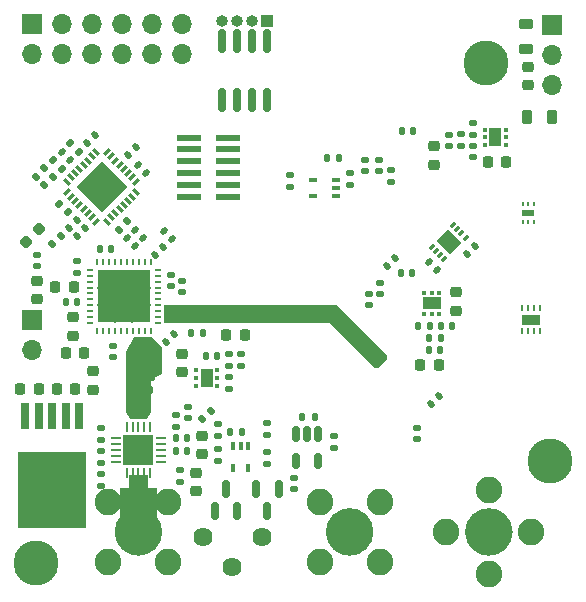
<source format=gbr>
%TF.GenerationSoftware,KiCad,Pcbnew,(6.0.4)*%
%TF.CreationDate,2023-05-27T00:51:03+09:00*%
%TF.ProjectId,RFB,5246422e-6b69-4636-9164-5f7063625858,rev?*%
%TF.SameCoordinates,Original*%
%TF.FileFunction,Soldermask,Bot*%
%TF.FilePolarity,Negative*%
%FSLAX46Y46*%
G04 Gerber Fmt 4.6, Leading zero omitted, Abs format (unit mm)*
G04 Created by KiCad (PCBNEW (6.0.4)) date 2023-05-27 00:51:03*
%MOMM*%
%LPD*%
G01*
G04 APERTURE LIST*
G04 Aperture macros list*
%AMRoundRect*
0 Rectangle with rounded corners*
0 $1 Rounding radius*
0 $2 $3 $4 $5 $6 $7 $8 $9 X,Y pos of 4 corners*
0 Add a 4 corners polygon primitive as box body*
4,1,4,$2,$3,$4,$5,$6,$7,$8,$9,$2,$3,0*
0 Add four circle primitives for the rounded corners*
1,1,$1+$1,$2,$3*
1,1,$1+$1,$4,$5*
1,1,$1+$1,$6,$7*
1,1,$1+$1,$8,$9*
0 Add four rect primitives between the rounded corners*
20,1,$1+$1,$2,$3,$4,$5,0*
20,1,$1+$1,$4,$5,$6,$7,0*
20,1,$1+$1,$6,$7,$8,$9,0*
20,1,$1+$1,$8,$9,$2,$3,0*%
%AMRotRect*
0 Rectangle, with rotation*
0 The origin of the aperture is its center*
0 $1 length*
0 $2 width*
0 $3 Rotation angle, in degrees counterclockwise*
0 Add horizontal line*
21,1,$1,$2,0,0,$3*%
G04 Aperture macros list end*
%ADD10C,2.000001*%
%ADD11C,0.000000*%
%ADD12C,2.000000*%
%ADD13C,2.600000*%
%ADD14C,3.800000*%
%ADD15R,1.700000X1.700000*%
%ADD16O,1.700000X1.700000*%
%ADD17C,2.050000*%
%ADD18C,2.250000*%
%ADD19C,1.620000*%
%ADD20R,1.000000X1.000000*%
%ADD21O,1.000000X1.000000*%
%ADD22R,0.200000X0.400000*%
%ADD23R,1.100000X0.600000*%
%ADD24RoundRect,0.225000X0.225000X0.250000X-0.225000X0.250000X-0.225000X-0.250000X0.225000X-0.250000X0*%
%ADD25R,0.250000X0.500000*%
%ADD26R,1.600000X0.900000*%
%ADD27RoundRect,0.140000X-0.170000X0.140000X-0.170000X-0.140000X0.170000X-0.140000X0.170000X0.140000X0*%
%ADD28RoundRect,0.225000X-0.250000X0.225000X-0.250000X-0.225000X0.250000X-0.225000X0.250000X0.225000X0*%
%ADD29RoundRect,0.093750X-0.093750X-0.106250X0.093750X-0.106250X0.093750X0.106250X-0.093750X0.106250X0*%
%ADD30R,1.000000X1.600000*%
%ADD31RoundRect,0.135000X0.135000X0.185000X-0.135000X0.185000X-0.135000X-0.185000X0.135000X-0.185000X0*%
%ADD32RoundRect,0.140000X-0.021213X0.219203X-0.219203X0.021213X0.021213X-0.219203X0.219203X-0.021213X0*%
%ADD33RotRect,0.250000X0.600000X45.000000*%
%ADD34RotRect,0.250000X0.600000X135.000000*%
%ADD35RotRect,3.100000X3.100000X135.000000*%
%ADD36RoundRect,0.135000X-0.135000X-0.185000X0.135000X-0.185000X0.135000X0.185000X-0.135000X0.185000X0*%
%ADD37RoundRect,0.135000X0.185000X-0.135000X0.185000X0.135000X-0.185000X0.135000X-0.185000X-0.135000X0*%
%ADD38RoundRect,0.147500X-0.017678X0.226274X-0.226274X0.017678X0.017678X-0.226274X0.226274X-0.017678X0*%
%ADD39RoundRect,0.135000X0.035355X-0.226274X0.226274X-0.035355X-0.035355X0.226274X-0.226274X0.035355X0*%
%ADD40RoundRect,0.140000X-0.140000X-0.170000X0.140000X-0.170000X0.140000X0.170000X-0.140000X0.170000X0*%
%ADD41RoundRect,0.140000X0.140000X0.170000X-0.140000X0.170000X-0.140000X-0.170000X0.140000X-0.170000X0*%
%ADD42RoundRect,0.135000X-0.185000X0.135000X-0.185000X-0.135000X0.185000X-0.135000X0.185000X0.135000X0*%
%ADD43RoundRect,0.218750X0.218750X0.381250X-0.218750X0.381250X-0.218750X-0.381250X0.218750X-0.381250X0*%
%ADD44RoundRect,0.093750X0.106250X-0.093750X0.106250X0.093750X-0.106250X0.093750X-0.106250X-0.093750X0*%
%ADD45R,1.600000X1.000000*%
%ADD46RoundRect,0.140000X0.170000X-0.140000X0.170000X0.140000X-0.170000X0.140000X-0.170000X-0.140000X0*%
%ADD47R,2.000000X0.500000*%
%ADD48RoundRect,0.140000X-0.219203X-0.021213X-0.021213X-0.219203X0.219203X0.021213X0.021213X0.219203X0*%
%ADD49RoundRect,0.225000X0.250000X-0.225000X0.250000X0.225000X-0.250000X0.225000X-0.250000X-0.225000X0*%
%ADD50RoundRect,0.218750X-0.381250X0.218750X-0.381250X-0.218750X0.381250X-0.218750X0.381250X0.218750X0*%
%ADD51RoundRect,0.087500X-0.061872X-0.185616X0.185616X0.061872X0.061872X0.185616X-0.185616X-0.061872X0*%
%ADD52RotRect,1.400000X1.600000X45.000000*%
%ADD53RoundRect,0.150000X0.150000X-0.587500X0.150000X0.587500X-0.150000X0.587500X-0.150000X-0.587500X0*%
%ADD54RoundRect,0.093750X0.093750X0.106250X-0.093750X0.106250X-0.093750X-0.106250X0.093750X-0.106250X0*%
%ADD55RoundRect,0.062500X-0.062500X0.350000X-0.062500X-0.350000X0.062500X-0.350000X0.062500X0.350000X0*%
%ADD56RoundRect,0.062500X-0.350000X0.062500X-0.350000X-0.062500X0.350000X-0.062500X0.350000X0.062500X0*%
%ADD57R,2.500000X2.500000*%
%ADD58R,0.800000X2.200000*%
%ADD59R,5.800000X6.400000*%
%ADD60R,0.249999X0.599999*%
%ADD61R,0.599999X0.249999*%
%ADD62C,0.500000*%
%ADD63R,4.500001X4.500001*%
%ADD64RoundRect,0.218750X0.026517X-0.335876X0.335876X-0.026517X-0.026517X0.335876X-0.335876X0.026517X0*%
%ADD65RoundRect,0.225000X-0.225000X-0.250000X0.225000X-0.250000X0.225000X0.250000X-0.225000X0.250000X0*%
%ADD66RoundRect,0.140000X0.219203X0.021213X0.021213X0.219203X-0.219203X-0.021213X-0.021213X-0.219203X0*%
%ADD67R,0.400000X0.650000*%
%ADD68R,0.650000X0.400000*%
%ADD69RoundRect,0.150000X-0.150000X0.512500X-0.150000X-0.512500X0.150000X-0.512500X0.150000X0.512500X0*%
%ADD70RoundRect,0.135000X-0.035355X0.226274X-0.226274X0.035355X0.035355X-0.226274X0.226274X-0.035355X0*%
%ADD71RoundRect,0.150000X0.150000X-0.825000X0.150000X0.825000X-0.150000X0.825000X-0.150000X-0.825000X0*%
%ADD72RoundRect,0.150000X-0.150000X0.587500X-0.150000X-0.587500X0.150000X-0.587500X0.150000X0.587500X0*%
%ADD73RoundRect,0.135000X-0.226274X-0.035355X-0.035355X-0.226274X0.226274X0.035355X0.035355X0.226274X0*%
%ADD74RoundRect,0.140000X0.021213X-0.219203X0.219203X-0.021213X-0.021213X0.219203X-0.219203X0.021213X0*%
%ADD75RoundRect,0.135000X0.226274X0.035355X0.035355X0.226274X-0.226274X-0.035355X-0.035355X-0.226274X0*%
%ADD76RoundRect,0.218750X0.256250X-0.218750X0.256250X0.218750X-0.256250X0.218750X-0.256250X-0.218750X0*%
G04 APERTURE END LIST*
D10*
X74609200Y-101142800D02*
G75*
G03*
X74609200Y-101142800I-1000000J0D01*
G01*
D11*
G36*
X45491400Y-101142800D02*
G01*
X42392600Y-101142800D01*
X42392600Y-97434400D01*
X45491400Y-97434400D01*
X45491400Y-101142800D01*
G37*
G36*
X43103800Y-96291400D02*
G01*
X44780200Y-96291400D01*
X44780200Y-97790000D01*
X43103800Y-97790000D01*
X43103800Y-96291400D01*
G37*
D12*
X44942000Y-101142800D02*
G75*
G03*
X44942000Y-101142800I-1000000J0D01*
G01*
D11*
G36*
X45974000Y-85471000D02*
G01*
X45974000Y-87807800D01*
X45008800Y-88188800D01*
X45008800Y-90957400D01*
X44678600Y-91567000D01*
X43205400Y-91567000D01*
X42875200Y-90957400D01*
X42875200Y-85902800D01*
X43586400Y-84607400D01*
X45110400Y-84607400D01*
X45974000Y-85471000D01*
G37*
D12*
X62823600Y-101142800D02*
G75*
G03*
X62823600Y-101142800I-1000000J0D01*
G01*
D11*
G36*
X64998600Y-86233000D02*
G01*
X64998600Y-86537800D01*
X64262000Y-87274400D01*
X63957200Y-87274400D01*
X60121800Y-83439000D01*
X46126400Y-83439000D01*
X46126400Y-81965800D01*
X60731400Y-81965800D01*
X64998600Y-86233000D01*
G37*
D10*
X74609200Y-101142800D02*
G75*
G03*
X74609200Y-101142800I-1000000J0D01*
G01*
D11*
G36*
X45491400Y-101142800D02*
G01*
X42392600Y-101142800D01*
X42392600Y-97434400D01*
X45491400Y-97434400D01*
X45491400Y-101142800D01*
G37*
G36*
X43103800Y-96291400D02*
G01*
X44780200Y-96291400D01*
X44780200Y-97790000D01*
X43103800Y-97790000D01*
X43103800Y-96291400D01*
G37*
D12*
X44942000Y-101142800D02*
G75*
G03*
X44942000Y-101142800I-1000000J0D01*
G01*
D11*
G36*
X45974000Y-85471000D02*
G01*
X45974000Y-87807800D01*
X45008800Y-88188800D01*
X45008800Y-90957400D01*
X44678600Y-91567000D01*
X43205400Y-91567000D01*
X42875200Y-90957400D01*
X42875200Y-85902800D01*
X43586400Y-84607400D01*
X45110400Y-84607400D01*
X45974000Y-85471000D01*
G37*
D12*
X62823600Y-101142800D02*
G75*
G03*
X62823600Y-101142800I-1000000J0D01*
G01*
D11*
G36*
X64998600Y-86233000D02*
G01*
X64998600Y-86537800D01*
X64262000Y-87274400D01*
X63957200Y-87274400D01*
X60121800Y-83439000D01*
X46126400Y-83439000D01*
X46126400Y-81965800D01*
X60731400Y-81965800D01*
X64998600Y-86233000D01*
G37*
D13*
%TO.C,H1*%
X78790800Y-95097600D03*
D14*
X78790800Y-95097600D03*
%TD*%
D15*
%TO.C,J9*%
X34950400Y-83230800D03*
D16*
X34950400Y-85770800D03*
%TD*%
D13*
%TO.C,H2*%
X73329800Y-61417200D03*
D14*
X73329800Y-61417200D03*
%TD*%
D15*
%TO.C,J7*%
X34950400Y-58166000D03*
D16*
X34950400Y-60706000D03*
X37490400Y-58166000D03*
X37490400Y-60706000D03*
X40030400Y-58166000D03*
X40030400Y-60706000D03*
X42570400Y-58166000D03*
X42570400Y-60706000D03*
X45110400Y-58166000D03*
X45110400Y-60706000D03*
X47650400Y-58166000D03*
X47650400Y-60706000D03*
%TD*%
D15*
%TO.C,J6*%
X78994000Y-58216800D03*
D16*
X78994000Y-60756800D03*
X78994000Y-63296800D03*
%TD*%
D17*
%TO.C,J3*%
X43942000Y-101145400D03*
D18*
X41402000Y-103685400D03*
X46482000Y-98605400D03*
X46482000Y-103685400D03*
X41402000Y-98605400D03*
%TD*%
D19*
%TO.C,RV1*%
X54406800Y-101574600D03*
X51906800Y-104074600D03*
X49406800Y-101574600D03*
%TD*%
D14*
%TO.C,H3*%
X35306000Y-103733600D03*
D13*
X35306000Y-103733600D03*
%TD*%
D20*
%TO.C,J5*%
X54813200Y-57886600D03*
D21*
X53543200Y-57886600D03*
X52273200Y-57886600D03*
X51003200Y-57886600D03*
%TD*%
D22*
%TO.C,U7*%
X76463000Y-73410400D03*
X76963000Y-73410400D03*
X77463000Y-73410400D03*
X77463000Y-74910400D03*
X76963000Y-74910400D03*
X76463000Y-74910400D03*
D23*
X76963000Y-74160400D03*
%TD*%
D24*
%TO.C,C141*%
X69355000Y-86969600D03*
X67805000Y-86969600D03*
%TD*%
D17*
%TO.C,J1*%
X73609200Y-101142800D03*
D18*
X73609200Y-97550698D03*
X73609200Y-104734902D03*
X77201302Y-101142800D03*
X70017098Y-101142800D03*
%TD*%
D25*
%TO.C,IC1*%
X76442600Y-82209600D03*
X76942600Y-82209600D03*
X77442600Y-82209600D03*
X77942600Y-82209600D03*
X77942600Y-84109600D03*
X77442600Y-84109600D03*
X76942600Y-84109600D03*
X76442600Y-84109600D03*
D26*
X77192600Y-83159600D03*
%TD*%
D27*
%TO.C,C83*%
X48158400Y-90528200D03*
X48158400Y-91488200D03*
%TD*%
D28*
%TO.C,C102*%
X47650400Y-86093000D03*
X47650400Y-87643000D03*
%TD*%
D29*
%TO.C,IC10*%
X73265200Y-68396200D03*
X73265200Y-67746200D03*
X73265200Y-67096200D03*
X75040200Y-67096200D03*
X75040200Y-67746200D03*
X75040200Y-68396200D03*
D30*
X74152700Y-67746200D03*
%TD*%
D31*
%TO.C,R37*%
X44960000Y-89103200D03*
X43940000Y-89103200D03*
%TD*%
D32*
%TO.C,C69*%
X69351211Y-89601989D03*
X68672389Y-90280811D03*
%TD*%
D33*
%TO.C,U2*%
X43756109Y-72392419D03*
X43402556Y-72745973D03*
X43049002Y-73099526D03*
X42695449Y-73453080D03*
X42341896Y-73806633D03*
X41988342Y-74160186D03*
X41634789Y-74513740D03*
X41281235Y-74867293D03*
D34*
X40361997Y-74867293D03*
X40008443Y-74513740D03*
X39654890Y-74160186D03*
X39301336Y-73806633D03*
X38947783Y-73453080D03*
X38594230Y-73099526D03*
X38240676Y-72745973D03*
X37887123Y-72392419D03*
D33*
X37887123Y-71473181D03*
X38240676Y-71119627D03*
X38594230Y-70766074D03*
X38947783Y-70412520D03*
X39301336Y-70058967D03*
X39654890Y-69705414D03*
X40008443Y-69351860D03*
X40361997Y-68998307D03*
D34*
X41281235Y-68998307D03*
X41634789Y-69351860D03*
X41988342Y-69705414D03*
X42341896Y-70058967D03*
X42695449Y-70412520D03*
X43049002Y-70766074D03*
X43402556Y-71119627D03*
X43756109Y-71473181D03*
D35*
X40821616Y-71932800D03*
%TD*%
D36*
%TO.C,R75*%
X67598100Y-83667600D03*
X68618100Y-83667600D03*
%TD*%
D37*
%TO.C,R21*%
X54838600Y-95404400D03*
X54838600Y-94384400D03*
%TD*%
D17*
%TO.C,J2*%
X61823600Y-101142800D03*
D18*
X64363600Y-103682800D03*
X59283600Y-103682800D03*
X59283600Y-98602800D03*
X64363600Y-98602800D03*
%TD*%
D38*
%TO.C,L5*%
X50050747Y-90893853D03*
X49364853Y-91579747D03*
%TD*%
D28*
%TO.C,C122*%
X70853300Y-80860600D03*
X70853300Y-82410600D03*
%TD*%
D31*
%TO.C,R20*%
X52681600Y-92659200D03*
X51661600Y-92659200D03*
%TD*%
%TO.C,R50*%
X49405000Y-84328000D03*
X48385000Y-84328000D03*
%TD*%
D39*
%TO.C,R4*%
X35250176Y-71048824D03*
X35971424Y-70327576D03*
%TD*%
D40*
%TO.C,C30*%
X37775000Y-81711800D03*
X38735000Y-81711800D03*
%TD*%
D41*
%TO.C,C7*%
X70497700Y-83667600D03*
X69537700Y-83667600D03*
%TD*%
D37*
%TO.C,R68*%
X51638200Y-87124000D03*
X51638200Y-86104000D03*
%TD*%
%TO.C,R35*%
X44983400Y-88140000D03*
X44983400Y-87120000D03*
%TD*%
D24*
%TO.C,C121*%
X75095400Y-69824600D03*
X73545400Y-69824600D03*
%TD*%
D40*
%TO.C,C86*%
X47094200Y-94259400D03*
X48054200Y-94259400D03*
%TD*%
D42*
%TO.C,R52*%
X61849000Y-70711600D03*
X61849000Y-71731600D03*
%TD*%
D32*
%TO.C,C13*%
X46948411Y-84394989D03*
X46269589Y-85073811D03*
%TD*%
D43*
%TO.C,FB8*%
X78989700Y-66014600D03*
X76864700Y-66014600D03*
%TD*%
D37*
%TO.C,R33*%
X60477400Y-94058200D03*
X60477400Y-93038200D03*
%TD*%
D42*
%TO.C,R38*%
X43942000Y-90066400D03*
X43942000Y-91086400D03*
%TD*%
D44*
%TO.C,IC2*%
X69426900Y-82675500D03*
X68776900Y-82675500D03*
X68126900Y-82675500D03*
X68126900Y-80900500D03*
X68776900Y-80900500D03*
X69426900Y-80900500D03*
D45*
X68776900Y-81788000D03*
%TD*%
D46*
%TO.C,C85*%
X40767000Y-93342400D03*
X40767000Y-92382400D03*
%TD*%
%TO.C,C39*%
X63129100Y-70582000D03*
X63129100Y-69622000D03*
%TD*%
D47*
%TO.C,J10*%
X48235600Y-72756400D03*
X51535600Y-72756400D03*
X48235600Y-71756400D03*
X51535600Y-71756400D03*
X48235600Y-70756400D03*
X51535600Y-70756400D03*
X48235600Y-69756400D03*
X51535600Y-69756400D03*
X48235600Y-68756400D03*
X51535600Y-68756400D03*
X48235600Y-67756400D03*
X51535600Y-67756400D03*
%TD*%
D48*
%TO.C,C27*%
X43688000Y-75539600D03*
X44366822Y-76218422D03*
%TD*%
D49*
%TO.C,C99*%
X40106600Y-89090800D03*
X40106600Y-87540800D03*
%TD*%
D50*
%TO.C,FB7*%
X76784200Y-58119500D03*
X76784200Y-60244500D03*
%TD*%
D32*
%TO.C,C8*%
X40252022Y-67570978D03*
X39573200Y-68249800D03*
%TD*%
D27*
%TO.C,C17*%
X47650400Y-79888200D03*
X47650400Y-80848200D03*
%TD*%
D51*
%TO.C,U20*%
X69823484Y-78047130D03*
X69469931Y-77693577D03*
X69116377Y-77340023D03*
X68762824Y-76986470D03*
X70583624Y-75165670D03*
X70937177Y-75519223D03*
X71290731Y-75872777D03*
X71644284Y-76226330D03*
D52*
X70203554Y-76606400D03*
%TD*%
D27*
%TO.C,C87*%
X35356800Y-77701200D03*
X35356800Y-78661200D03*
%TD*%
%TO.C,C96*%
X43942000Y-97310000D03*
X43942000Y-98270000D03*
%TD*%
D53*
%TO.C,U10*%
X52308800Y-99387900D03*
X50408800Y-99387900D03*
X51358800Y-97512900D03*
%TD*%
D48*
%TO.C,C26*%
X42992989Y-76241589D03*
X43671811Y-76920411D03*
%TD*%
D24*
%TO.C,C104*%
X38570200Y-89077800D03*
X37020200Y-89077800D03*
%TD*%
D46*
%TO.C,C42*%
X64322900Y-70582000D03*
X64322900Y-69622000D03*
%TD*%
D41*
%TO.C,C132*%
X69507100Y-85699600D03*
X68547100Y-85699600D03*
%TD*%
D46*
%TO.C,C34*%
X72273100Y-69436400D03*
X72273100Y-68476400D03*
%TD*%
D48*
%TO.C,C3*%
X37497378Y-68993378D03*
X38176200Y-69672200D03*
%TD*%
D37*
%TO.C,R63*%
X65338900Y-71499001D03*
X65338900Y-70479001D03*
%TD*%
D27*
%TO.C,C32*%
X46659800Y-79377600D03*
X46659800Y-80337600D03*
%TD*%
D54*
%TO.C,IC8*%
X50620700Y-87462600D03*
X50620700Y-88112600D03*
X50620700Y-88762600D03*
X48845700Y-88762600D03*
X48845700Y-88112600D03*
X48845700Y-87462600D03*
D30*
X49733200Y-88112600D03*
%TD*%
D55*
%TO.C,U14*%
X42942000Y-92245700D03*
X43442000Y-92245700D03*
X43942000Y-92245700D03*
X44442000Y-92245700D03*
X44942000Y-92245700D03*
D56*
X45879500Y-93183200D03*
X45879500Y-93683200D03*
X45879500Y-94183200D03*
X45879500Y-94683200D03*
X45879500Y-95183200D03*
D55*
X44942000Y-96120700D03*
X44442000Y-96120700D03*
X43942000Y-96120700D03*
X43442000Y-96120700D03*
X42942000Y-96120700D03*
D56*
X42004500Y-95183200D03*
X42004500Y-94683200D03*
X42004500Y-94183200D03*
X42004500Y-93683200D03*
X42004500Y-93183200D03*
D57*
X43942000Y-94183200D03*
%TD*%
D40*
%TO.C,C11*%
X49659600Y-86283800D03*
X50619600Y-86283800D03*
%TD*%
D32*
%TO.C,C123*%
X72450011Y-76901989D03*
X71771189Y-77580811D03*
%TD*%
D27*
%TO.C,C116*%
X52654200Y-86108600D03*
X52654200Y-87068600D03*
%TD*%
D58*
%TO.C,U16*%
X34372200Y-91287600D03*
X35512200Y-91287600D03*
D59*
X36652200Y-97587600D03*
D58*
X36652200Y-91287600D03*
X37792200Y-91287600D03*
X38932200Y-91287600D03*
%TD*%
D28*
%TO.C,C88*%
X49326800Y-93027200D03*
X49326800Y-94577200D03*
%TD*%
D42*
%TO.C,R30*%
X40767000Y-96213200D03*
X40767000Y-97233200D03*
%TD*%
D60*
%TO.C,U4*%
X40472797Y-78303801D03*
X40972796Y-78303801D03*
X41472797Y-78303801D03*
X41972796Y-78303801D03*
X42472798Y-78303801D03*
X42972797Y-78303801D03*
X43472796Y-78303801D03*
X43972797Y-78303801D03*
X44472796Y-78303801D03*
X44972798Y-78303801D03*
D61*
X45622797Y-78953799D03*
X45622797Y-79453798D03*
X45622797Y-79953800D03*
X45622797Y-80453799D03*
X45622797Y-80953800D03*
X45622797Y-81453800D03*
X45622797Y-81953798D03*
X45622797Y-82453800D03*
X45622797Y-82953799D03*
X45622797Y-83453801D03*
D60*
X44972798Y-84103799D03*
X44472796Y-84103799D03*
X43972797Y-84103799D03*
X43472796Y-84103799D03*
X42972797Y-84103799D03*
X42472798Y-84103799D03*
X41972796Y-84103799D03*
X41472797Y-84103799D03*
X40972796Y-84103799D03*
X40472797Y-84103799D03*
D61*
X39822798Y-83453801D03*
X39822798Y-82953799D03*
X39822798Y-82453800D03*
X39822798Y-81953798D03*
X39822798Y-81453800D03*
X39822798Y-80953800D03*
X39822798Y-80453799D03*
X39822798Y-79953800D03*
X39822798Y-79453798D03*
X39822798Y-78953799D03*
D62*
X43422800Y-83203800D03*
X43452800Y-79203800D03*
X40722800Y-80473800D03*
X41992800Y-83203800D03*
X43452800Y-80473800D03*
X41992800Y-80473800D03*
X44722800Y-81933800D03*
X43452800Y-81933800D03*
D63*
X42722797Y-81203800D03*
D62*
X41992800Y-81933800D03*
X44722800Y-80473800D03*
X41992800Y-79203800D03*
X40722800Y-81933800D03*
%TD*%
D40*
%TO.C,C24*%
X40670600Y-77165200D03*
X41630600Y-77165200D03*
%TD*%
D24*
%TO.C,C98*%
X35496800Y-89077800D03*
X33946800Y-89077800D03*
%TD*%
D64*
%TO.C,FB1*%
X34418953Y-76579047D03*
X35532647Y-75465353D03*
%TD*%
D65*
%TO.C,C20*%
X37782200Y-86029800D03*
X39332200Y-86029800D03*
%TD*%
D41*
%TO.C,C43*%
X67180400Y-67208400D03*
X66220400Y-67208400D03*
%TD*%
D27*
%TO.C,C77*%
X63423800Y-81003200D03*
X63423800Y-81963200D03*
%TD*%
D66*
%TO.C,C133*%
X69205976Y-78936222D03*
X68527154Y-78257400D03*
%TD*%
D40*
%TO.C,C38*%
X59946600Y-69519800D03*
X60906600Y-69519800D03*
%TD*%
D48*
%TO.C,C103*%
X46117189Y-75657389D03*
X46796011Y-76336211D03*
%TD*%
D42*
%TO.C,R73*%
X72273100Y-66518600D03*
X72273100Y-67538600D03*
%TD*%
D31*
%TO.C,R32*%
X58853800Y-91389200D03*
X57833800Y-91389200D03*
%TD*%
D42*
%TO.C,R23*%
X47117000Y-91209400D03*
X47117000Y-92229400D03*
%TD*%
D67*
%TO.C,U9*%
X51953400Y-93868200D03*
X52603400Y-93868200D03*
X53253400Y-93868200D03*
X53253400Y-95768200D03*
X51953400Y-95768200D03*
%TD*%
D41*
%TO.C,C76*%
X67104200Y-79197200D03*
X66144200Y-79197200D03*
%TD*%
D46*
%TO.C,C131*%
X70241100Y-68473800D03*
X70241100Y-67513800D03*
%TD*%
D32*
%TO.C,C4*%
X43706422Y-68561578D03*
X43027600Y-69240400D03*
%TD*%
D68*
%TO.C,U13*%
X60655200Y-71359000D03*
X60655200Y-72009000D03*
X60655200Y-72659000D03*
X58755200Y-72659000D03*
X58755200Y-71359000D03*
%TD*%
D69*
%TO.C,U15*%
X57266800Y-92867900D03*
X58216800Y-92867900D03*
X59166800Y-92867900D03*
X59166800Y-95142900D03*
X57266800Y-95142900D03*
%TD*%
D70*
%TO.C,R5*%
X43007224Y-74848776D03*
X42285976Y-75570024D03*
%TD*%
D46*
%TO.C,C28*%
X43967400Y-86205000D03*
X43967400Y-85245000D03*
%TD*%
%TO.C,C29*%
X44983400Y-86205000D03*
X44983400Y-85245000D03*
%TD*%
D36*
%TO.C,R74*%
X68512500Y-84683600D03*
X69532500Y-84683600D03*
%TD*%
D71*
%TO.C,U6*%
X54813200Y-64563800D03*
X53543200Y-64563800D03*
X52273200Y-64563800D03*
X51003200Y-64563800D03*
X51003200Y-59613800D03*
X52273200Y-59613800D03*
X53543200Y-59613800D03*
X54813200Y-59613800D03*
%TD*%
D72*
%TO.C,Q1*%
X53914000Y-97512900D03*
X55814000Y-97512900D03*
X54864000Y-99387900D03*
%TD*%
D49*
%TO.C,C81*%
X76911200Y-63309800D03*
X76911200Y-61759800D03*
%TD*%
D39*
%TO.C,R1*%
X36647176Y-76789224D03*
X37368424Y-76067976D03*
%TD*%
D73*
%TO.C,R44*%
X37251752Y-73345152D03*
X37973000Y-74066400D03*
%TD*%
D27*
%TO.C,C82*%
X50647600Y-94160400D03*
X50647600Y-95120400D03*
%TD*%
D74*
%TO.C,C1*%
X38751189Y-76107611D03*
X39430011Y-75428789D03*
%TD*%
D75*
%TO.C,R2*%
X37470024Y-70413824D03*
X36748776Y-69692576D03*
%TD*%
D37*
%TO.C,R31*%
X47472600Y-96877600D03*
X47472600Y-95857600D03*
%TD*%
D65*
%TO.C,C119*%
X51396600Y-84505800D03*
X52946600Y-84505800D03*
%TD*%
D49*
%TO.C,C5*%
X35331400Y-81445400D03*
X35331400Y-79895400D03*
%TD*%
D37*
%TO.C,R22*%
X50647600Y-93042200D03*
X50647600Y-92022200D03*
%TD*%
D42*
%TO.C,R36*%
X43967400Y-87120000D03*
X43967400Y-88140000D03*
%TD*%
D28*
%TO.C,C140*%
X68961000Y-68503800D03*
X68961000Y-70053800D03*
%TD*%
D27*
%TO.C,C97*%
X57099200Y-96548000D03*
X57099200Y-97508000D03*
%TD*%
D46*
%TO.C,C79*%
X64414400Y-80998000D03*
X64414400Y-80038000D03*
%TD*%
D39*
%TO.C,R7*%
X35986776Y-71785424D03*
X36708024Y-71064176D03*
%TD*%
D42*
%TO.C,R72*%
X71257100Y-67456400D03*
X71257100Y-68476400D03*
%TD*%
D74*
%TO.C,C90*%
X38039989Y-75396411D03*
X38718811Y-74717589D03*
%TD*%
D76*
%TO.C,FB2*%
X48793400Y-97688500D03*
X48793400Y-96113500D03*
%TD*%
D37*
%TO.C,R51*%
X56743600Y-71934800D03*
X56743600Y-70914800D03*
%TD*%
D40*
%TO.C,C84*%
X47094200Y-93218000D03*
X48054200Y-93218000D03*
%TD*%
D49*
%TO.C,C25*%
X38379400Y-84518800D03*
X38379400Y-82968800D03*
%TD*%
D42*
%TO.C,R34*%
X54838600Y-91920600D03*
X54838600Y-92940600D03*
%TD*%
D32*
%TO.C,C22*%
X46059411Y-76978189D03*
X45380589Y-77657011D03*
%TD*%
D27*
%TO.C,C23*%
X38709600Y-78237200D03*
X38709600Y-79197200D03*
%TD*%
D65*
%TO.C,C19*%
X36905600Y-80441800D03*
X38455600Y-80441800D03*
%TD*%
D73*
%TO.C,R3*%
X38191552Y-68244776D03*
X38912800Y-68966024D03*
%TD*%
D66*
%TO.C,C9*%
X44595422Y-70757422D03*
X43916600Y-70078600D03*
%TD*%
D46*
%TO.C,C21*%
X41808400Y-86332000D03*
X41808400Y-85372000D03*
%TD*%
%TO.C,C70*%
X67487800Y-93266200D03*
X67487800Y-92306200D03*
%TD*%
%TO.C,C89*%
X40767000Y-95272800D03*
X40767000Y-94312800D03*
%TD*%
D37*
%TO.C,R69*%
X51638200Y-89079800D03*
X51638200Y-88059800D03*
%TD*%
D32*
%TO.C,C49*%
X65668211Y-77917989D03*
X64989389Y-78596811D03*
%TD*%
M02*

</source>
